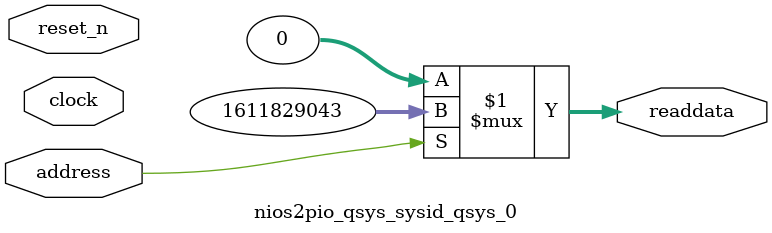
<source format=v>



// synthesis translate_off
`timescale 1ns / 1ps
// synthesis translate_on

// turn off superfluous verilog processor warnings 
// altera message_level Level1 
// altera message_off 10034 10035 10036 10037 10230 10240 10030 

module nios2pio_qsys_sysid_qsys_0 (
               // inputs:
                address,
                clock,
                reset_n,

               // outputs:
                readdata
             )
;

  output  [ 31: 0] readdata;
  input            address;
  input            clock;
  input            reset_n;

  wire    [ 31: 0] readdata;
  //control_slave, which is an e_avalon_slave
  assign readdata = address ? 1611829043 : 0;

endmodule



</source>
